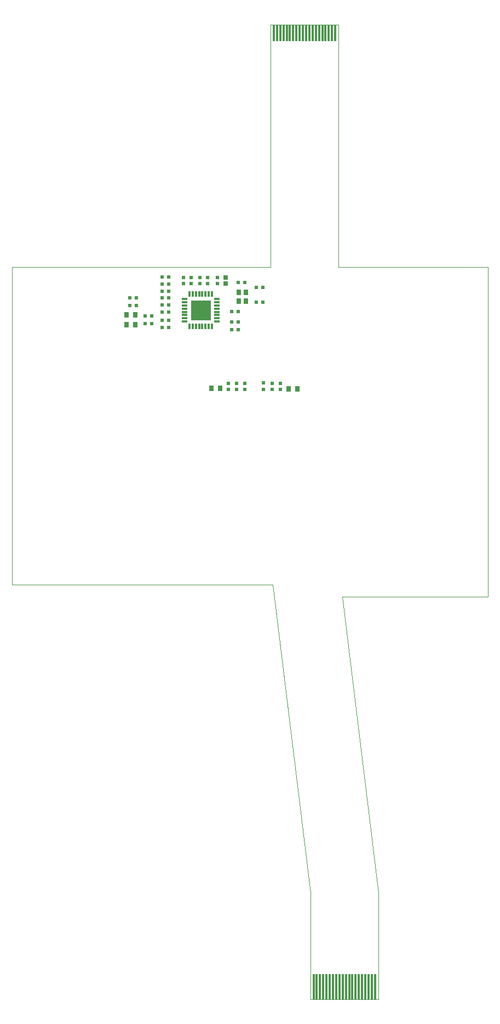
<source format=gtp>
G04*
G04 #@! TF.GenerationSoftware,Altium Limited,Altium Designer,19.0.12 (326)*
G04*
G04 Layer_Color=8421504*
%FSLAX44Y44*%
%MOMM*%
G71*
G01*
G75*
%ADD18C,0.0127*%
%ADD19C,0.0130*%
%ADD20R,0.8000X0.9000*%
%ADD21R,0.6000X0.6000*%
%ADD22R,3.1000X3.1000*%
%ADD23R,0.3100X0.9000*%
%ADD24R,0.9000X0.3100*%
%ADD25R,0.7200X0.7200*%
%ADD26R,0.7500X0.8500*%
%ADD27R,0.6000X0.6000*%
%ADD28R,0.3000X2.6000*%
%ADD29R,0.3000X4.0000*%
D18*
X510723Y-19142D02*
X566304Y-476337D01*
X0Y0D02*
X403392D01*
X403397Y0D02*
X461304Y-476337D01*
X735904Y-19138D02*
Y489996D01*
X4Y0D02*
Y489996D01*
X461304Y-640804D02*
X566304D01*
Y-476337D01*
X461304Y-640804D02*
Y-476337D01*
X399804Y864296D02*
X399804Y489996D01*
X504804Y864296D02*
X504804Y489996D01*
X4Y489996D02*
X399804Y489996D01*
X504804Y489996D02*
X735904Y489996D01*
X399804Y864296D02*
X504804D01*
D19*
X510723Y-19138D02*
X735904Y-19138D01*
D20*
X441356Y302038D02*
D03*
X427356D02*
D03*
X308230Y302602D02*
D03*
X322230D02*
D03*
X176759Y401375D02*
D03*
X190759D02*
D03*
X176759Y416107D02*
D03*
X190759D02*
D03*
D21*
X414804Y300760D02*
D03*
Y310760D02*
D03*
X402352Y300760D02*
D03*
Y310760D02*
D03*
X388914Y300848D02*
D03*
Y310848D02*
D03*
X360388Y300808D02*
D03*
Y310808D02*
D03*
X346900Y310759D02*
D03*
Y300759D02*
D03*
X334534Y310808D02*
D03*
Y300808D02*
D03*
X290841Y464128D02*
D03*
Y474128D02*
D03*
X318019D02*
D03*
Y464128D02*
D03*
X265028Y474145D02*
D03*
Y464145D02*
D03*
X302779Y464128D02*
D03*
Y474128D02*
D03*
X276966Y464077D02*
D03*
Y474077D02*
D03*
D22*
X291862Y423357D02*
D03*
D23*
X274362Y448647D02*
D03*
X279362D02*
D03*
X284362D02*
D03*
X289362D02*
D03*
X294362D02*
D03*
X299362D02*
D03*
X304362D02*
D03*
X309362D02*
D03*
Y398067D02*
D03*
X304362D02*
D03*
X299362D02*
D03*
X294362D02*
D03*
X289362D02*
D03*
X284362D02*
D03*
X279362D02*
D03*
X274362D02*
D03*
D24*
X317152Y440857D02*
D03*
Y435857D02*
D03*
Y430857D02*
D03*
Y425857D02*
D03*
Y420857D02*
D03*
Y415857D02*
D03*
Y410857D02*
D03*
Y405857D02*
D03*
X266572D02*
D03*
Y410857D02*
D03*
Y415857D02*
D03*
Y420857D02*
D03*
Y425857D02*
D03*
Y430857D02*
D03*
Y435857D02*
D03*
Y440857D02*
D03*
D25*
X330013Y464096D02*
D03*
Y474096D02*
D03*
D26*
X350870Y437261D02*
D03*
X361378D02*
D03*
X350870Y450761D02*
D03*
X361378D02*
D03*
D27*
X377992Y435730D02*
D03*
X387992D02*
D03*
X182489Y430839D02*
D03*
X192489D02*
D03*
X339571Y421003D02*
D03*
X349571D02*
D03*
X387992Y458235D02*
D03*
X377992D02*
D03*
X216301Y402899D02*
D03*
X206301D02*
D03*
X206301Y414837D02*
D03*
X216301D02*
D03*
X359573Y466145D02*
D03*
X349573D02*
D03*
X349694Y405394D02*
D03*
X339694D02*
D03*
X232342Y431485D02*
D03*
X242342D02*
D03*
X232342Y407863D02*
D03*
X242342D02*
D03*
X349694Y393710D02*
D03*
X339694D02*
D03*
X232342Y396941D02*
D03*
X242342D02*
D03*
X232383Y420817D02*
D03*
X242383D02*
D03*
X232336Y442194D02*
D03*
X242336D02*
D03*
X232336Y453036D02*
D03*
X242336D02*
D03*
X232342Y463743D02*
D03*
X242342D02*
D03*
X232343Y474356D02*
D03*
X242343D02*
D03*
X182569Y442523D02*
D03*
X192569D02*
D03*
D28*
X489804Y851296D02*
D03*
X484804D02*
D03*
X479804D02*
D03*
X474804D02*
D03*
X469804D02*
D03*
X464804D02*
D03*
X494804D02*
D03*
X499804D02*
D03*
X449804D02*
D03*
X444804D02*
D03*
X439804D02*
D03*
X434804D02*
D03*
X429804D02*
D03*
X424804D02*
D03*
X419804D02*
D03*
X414804D02*
D03*
X409804D02*
D03*
X404804D02*
D03*
X454804D02*
D03*
X459804D02*
D03*
D29*
X521304Y-620804D02*
D03*
X516304D02*
D03*
X466304D02*
D03*
X471304D02*
D03*
X476304D02*
D03*
X481304D02*
D03*
X486304D02*
D03*
X491304D02*
D03*
X496304D02*
D03*
X501304D02*
D03*
X506304D02*
D03*
X511304D02*
D03*
X561304D02*
D03*
X556304D02*
D03*
X526304D02*
D03*
X531304D02*
D03*
X536304D02*
D03*
X541304D02*
D03*
X546304D02*
D03*
X551304D02*
D03*
M02*

</source>
